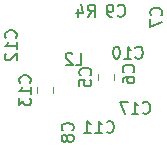
<source format=gbr>
G04 #@! TF.GenerationSoftware,KiCad,Pcbnew,6.0.0-rc1-unknown-r13540.595666d46.fc27*
G04 #@! TF.CreationDate,2018-10-03T13:58:40+02:00*
G04 #@! TF.ProjectId,Bricoleur-pcb,427269636F6C6575722D7063622E6B69,rev?*
G04 #@! TF.SameCoordinates,Original*
G04 #@! TF.FileFunction,Legend,Bot*
G04 #@! TF.FilePolarity,Positive*
%FSLAX46Y46*%
G04 Gerber Fmt 4.6, Leading zero omitted, Abs format (unit mm)*
G04 Created by KiCad (PCBNEW 6.0.0-rc1-unknown-r13540.595666d46.fc27) date Wed Oct  3 13:58:40 2018*
%MOMM*%
%LPD*%
G01*
G04 APERTURE LIST*
%ADD10C,0.120000*%
%ADD11C,0.150000*%
G04 APERTURE END LIST*
D10*
G04 #@! TO.C,C5*
X115947085Y-132961717D02*
X115947085Y-133478873D01*
X114527085Y-132961717D02*
X114527085Y-133478873D01*
G04 #@! TO.C,C13*
X110780485Y-134074237D02*
X110780485Y-134591393D01*
X109360485Y-134074237D02*
X109360485Y-134591393D01*
G04 #@! TO.C,C17*
D11*
X118356342Y-136212357D02*
X118403961Y-136259976D01*
X118546818Y-136307595D01*
X118642056Y-136307595D01*
X118784913Y-136259976D01*
X118880151Y-136164738D01*
X118927770Y-136069500D01*
X118975389Y-135879024D01*
X118975389Y-135736167D01*
X118927770Y-135545691D01*
X118880151Y-135450453D01*
X118784913Y-135355215D01*
X118642056Y-135307595D01*
X118546818Y-135307595D01*
X118403961Y-135355215D01*
X118356342Y-135402834D01*
X117403961Y-136307595D02*
X117975389Y-136307595D01*
X117689675Y-136307595D02*
X117689675Y-135307595D01*
X117784913Y-135450453D01*
X117880151Y-135545691D01*
X117975389Y-135593310D01*
X117070627Y-135307595D02*
X116403961Y-135307595D01*
X116832532Y-136307595D01*
G04 #@! TO.C,C5*
X113894727Y-133053628D02*
X113942346Y-133006009D01*
X113989965Y-132863152D01*
X113989965Y-132767914D01*
X113942346Y-132625056D01*
X113847108Y-132529818D01*
X113751870Y-132482199D01*
X113561394Y-132434580D01*
X113418537Y-132434580D01*
X113228061Y-132482199D01*
X113132823Y-132529818D01*
X113037585Y-132625056D01*
X112989965Y-132767914D01*
X112989965Y-132863152D01*
X113037585Y-133006009D01*
X113085204Y-133053628D01*
X112989965Y-133958390D02*
X112989965Y-133482199D01*
X113466156Y-133434580D01*
X113418537Y-133482199D01*
X113370918Y-133577437D01*
X113370918Y-133815533D01*
X113418537Y-133910771D01*
X113466156Y-133958390D01*
X113561394Y-134006009D01*
X113799489Y-134006009D01*
X113894727Y-133958390D01*
X113942346Y-133910771D01*
X113989965Y-133815533D01*
X113989965Y-133577437D01*
X113942346Y-133482199D01*
X113894727Y-133434580D01*
G04 #@! TO.C,C6*
X117550727Y-132799628D02*
X117598346Y-132752009D01*
X117645965Y-132609152D01*
X117645965Y-132513914D01*
X117598346Y-132371056D01*
X117503108Y-132275818D01*
X117407870Y-132228199D01*
X117217394Y-132180580D01*
X117074537Y-132180580D01*
X116884061Y-132228199D01*
X116788823Y-132275818D01*
X116693585Y-132371056D01*
X116645965Y-132513914D01*
X116645965Y-132609152D01*
X116693585Y-132752009D01*
X116741204Y-132799628D01*
X116645965Y-133656771D02*
X116645965Y-133466295D01*
X116693585Y-133371056D01*
X116741204Y-133323437D01*
X116884061Y-133228199D01*
X117074537Y-133180580D01*
X117455489Y-133180580D01*
X117550727Y-133228199D01*
X117598346Y-133275818D01*
X117645965Y-133371056D01*
X117645965Y-133561533D01*
X117598346Y-133656771D01*
X117550727Y-133704390D01*
X117455489Y-133752009D01*
X117217394Y-133752009D01*
X117122156Y-133704390D01*
X117074537Y-133656771D01*
X117026918Y-133561533D01*
X117026918Y-133371056D01*
X117074537Y-133275818D01*
X117122156Y-133228199D01*
X117217394Y-133180580D01*
G04 #@! TO.C,C7*
X119890727Y-127973628D02*
X119938346Y-127926009D01*
X119985965Y-127783152D01*
X119985965Y-127687914D01*
X119938346Y-127545056D01*
X119843108Y-127449818D01*
X119747870Y-127402199D01*
X119557394Y-127354580D01*
X119414537Y-127354580D01*
X119224061Y-127402199D01*
X119128823Y-127449818D01*
X119033585Y-127545056D01*
X118985965Y-127687914D01*
X118985965Y-127783152D01*
X119033585Y-127926009D01*
X119081204Y-127973628D01*
X118985965Y-128306961D02*
X118985965Y-128973628D01*
X119985965Y-128545056D01*
G04 #@! TO.C,C8*
X112396127Y-137722148D02*
X112443746Y-137674529D01*
X112491365Y-137531672D01*
X112491365Y-137436434D01*
X112443746Y-137293576D01*
X112348508Y-137198338D01*
X112253270Y-137150719D01*
X112062794Y-137103100D01*
X111919937Y-137103100D01*
X111729461Y-137150719D01*
X111634223Y-137198338D01*
X111538985Y-137293576D01*
X111491365Y-137436434D01*
X111491365Y-137531672D01*
X111538985Y-137674529D01*
X111586604Y-137722148D01*
X111919937Y-138293576D02*
X111872318Y-138198338D01*
X111824699Y-138150719D01*
X111729461Y-138103100D01*
X111681842Y-138103100D01*
X111586604Y-138150719D01*
X111538985Y-138198338D01*
X111491365Y-138293576D01*
X111491365Y-138484053D01*
X111538985Y-138579291D01*
X111586604Y-138626910D01*
X111681842Y-138674529D01*
X111729461Y-138674529D01*
X111824699Y-138626910D01*
X111872318Y-138579291D01*
X111919937Y-138484053D01*
X111919937Y-138293576D01*
X111967556Y-138198338D01*
X112015175Y-138150719D01*
X112110413Y-138103100D01*
X112300889Y-138103100D01*
X112396127Y-138150719D01*
X112443746Y-138198338D01*
X112491365Y-138293576D01*
X112491365Y-138484053D01*
X112443746Y-138579291D01*
X112396127Y-138626910D01*
X112300889Y-138674529D01*
X112110413Y-138674529D01*
X112015175Y-138626910D01*
X111967556Y-138579291D01*
X111919937Y-138484053D01*
G04 #@! TO.C,C9*
X116244251Y-127989437D02*
X116291870Y-128037056D01*
X116434727Y-128084675D01*
X116529965Y-128084675D01*
X116672823Y-128037056D01*
X116768061Y-127941818D01*
X116815680Y-127846580D01*
X116863299Y-127656104D01*
X116863299Y-127513247D01*
X116815680Y-127322771D01*
X116768061Y-127227533D01*
X116672823Y-127132295D01*
X116529965Y-127084675D01*
X116434727Y-127084675D01*
X116291870Y-127132295D01*
X116244251Y-127179914D01*
X115768061Y-128084675D02*
X115577585Y-128084675D01*
X115482346Y-128037056D01*
X115434727Y-127989437D01*
X115339489Y-127846580D01*
X115291870Y-127656104D01*
X115291870Y-127275152D01*
X115339489Y-127179914D01*
X115387108Y-127132295D01*
X115482346Y-127084675D01*
X115672823Y-127084675D01*
X115768061Y-127132295D01*
X115815680Y-127179914D01*
X115863299Y-127275152D01*
X115863299Y-127513247D01*
X115815680Y-127608485D01*
X115768061Y-127656104D01*
X115672823Y-127703723D01*
X115482346Y-127703723D01*
X115387108Y-127656104D01*
X115339489Y-127608485D01*
X115291870Y-127513247D01*
G04 #@! TO.C,C10*
X117736442Y-131545437D02*
X117784061Y-131593056D01*
X117926918Y-131640675D01*
X118022156Y-131640675D01*
X118165013Y-131593056D01*
X118260251Y-131497818D01*
X118307870Y-131402580D01*
X118355489Y-131212104D01*
X118355489Y-131069247D01*
X118307870Y-130878771D01*
X118260251Y-130783533D01*
X118165013Y-130688295D01*
X118022156Y-130640675D01*
X117926918Y-130640675D01*
X117784061Y-130688295D01*
X117736442Y-130735914D01*
X116784061Y-131640675D02*
X117355489Y-131640675D01*
X117069775Y-131640675D02*
X117069775Y-130640675D01*
X117165013Y-130783533D01*
X117260251Y-130878771D01*
X117355489Y-130926390D01*
X116165013Y-130640675D02*
X116069775Y-130640675D01*
X115974537Y-130688295D01*
X115926918Y-130735914D01*
X115879299Y-130831152D01*
X115831680Y-131021628D01*
X115831680Y-131259723D01*
X115879299Y-131450199D01*
X115926918Y-131545437D01*
X115974537Y-131593056D01*
X116069775Y-131640675D01*
X116165013Y-131640675D01*
X116260251Y-131593056D01*
X116307870Y-131545437D01*
X116355489Y-131450199D01*
X116403108Y-131259723D01*
X116403108Y-131021628D01*
X116355489Y-130831152D01*
X116307870Y-130735914D01*
X116260251Y-130688295D01*
X116165013Y-130640675D01*
G04 #@! TO.C,C11*
X115285342Y-137837957D02*
X115332961Y-137885576D01*
X115475818Y-137933195D01*
X115571056Y-137933195D01*
X115713913Y-137885576D01*
X115809151Y-137790338D01*
X115856770Y-137695100D01*
X115904389Y-137504624D01*
X115904389Y-137361767D01*
X115856770Y-137171291D01*
X115809151Y-137076053D01*
X115713913Y-136980815D01*
X115571056Y-136933195D01*
X115475818Y-136933195D01*
X115332961Y-136980815D01*
X115285342Y-137028434D01*
X114332961Y-137933195D02*
X114904389Y-137933195D01*
X114618675Y-137933195D02*
X114618675Y-136933195D01*
X114713913Y-137076053D01*
X114809151Y-137171291D01*
X114904389Y-137218910D01*
X113380580Y-137933195D02*
X113952008Y-137933195D01*
X113666294Y-137933195D02*
X113666294Y-136933195D01*
X113761532Y-137076053D01*
X113856770Y-137171291D01*
X113952008Y-137218910D01*
G04 #@! TO.C,C12*
X107581227Y-129879957D02*
X107628846Y-129832338D01*
X107676465Y-129689481D01*
X107676465Y-129594243D01*
X107628846Y-129451386D01*
X107533608Y-129356148D01*
X107438370Y-129308529D01*
X107247894Y-129260910D01*
X107105037Y-129260910D01*
X106914561Y-129308529D01*
X106819323Y-129356148D01*
X106724085Y-129451386D01*
X106676465Y-129594243D01*
X106676465Y-129689481D01*
X106724085Y-129832338D01*
X106771704Y-129879957D01*
X107676465Y-130832338D02*
X107676465Y-130260910D01*
X107676465Y-130546624D02*
X106676465Y-130546624D01*
X106819323Y-130451386D01*
X106914561Y-130356148D01*
X106962180Y-130260910D01*
X106771704Y-131213291D02*
X106724085Y-131260910D01*
X106676465Y-131356148D01*
X106676465Y-131594243D01*
X106724085Y-131689481D01*
X106771704Y-131737100D01*
X106866942Y-131784719D01*
X106962180Y-131784719D01*
X107105037Y-131737100D01*
X107676465Y-131165672D01*
X107676465Y-131784719D01*
G04 #@! TO.C,C13*
X108777627Y-133689957D02*
X108825246Y-133642338D01*
X108872865Y-133499481D01*
X108872865Y-133404243D01*
X108825246Y-133261386D01*
X108730008Y-133166148D01*
X108634770Y-133118529D01*
X108444294Y-133070910D01*
X108301437Y-133070910D01*
X108110961Y-133118529D01*
X108015723Y-133166148D01*
X107920485Y-133261386D01*
X107872865Y-133404243D01*
X107872865Y-133499481D01*
X107920485Y-133642338D01*
X107968104Y-133689957D01*
X108872865Y-134642338D02*
X108872865Y-134070910D01*
X108872865Y-134356624D02*
X107872865Y-134356624D01*
X108015723Y-134261386D01*
X108110961Y-134166148D01*
X108158580Y-134070910D01*
X107872865Y-134975672D02*
X107872865Y-135594719D01*
X108253818Y-135261386D01*
X108253818Y-135404243D01*
X108301437Y-135499481D01*
X108349056Y-135547100D01*
X108444294Y-135594719D01*
X108682389Y-135594719D01*
X108777627Y-135547100D01*
X108825246Y-135499481D01*
X108872865Y-135404243D01*
X108872865Y-135118529D01*
X108825246Y-135023291D01*
X108777627Y-134975672D01*
G04 #@! TO.C,R4*
X113704251Y-128084675D02*
X114037585Y-127608485D01*
X114275680Y-128084675D02*
X114275680Y-127084675D01*
X113894727Y-127084675D01*
X113799489Y-127132295D01*
X113751870Y-127179914D01*
X113704251Y-127275152D01*
X113704251Y-127418009D01*
X113751870Y-127513247D01*
X113799489Y-127560866D01*
X113894727Y-127608485D01*
X114275680Y-127608485D01*
X112847108Y-127418009D02*
X112847108Y-128084675D01*
X113085204Y-127037056D02*
X113323299Y-127751342D01*
X112704251Y-127751342D01*
G04 #@! TO.C,L2*
X112688251Y-132148675D02*
X113164442Y-132148675D01*
X113164442Y-131148675D01*
X112402537Y-131243914D02*
X112354918Y-131196295D01*
X112259680Y-131148675D01*
X112021585Y-131148675D01*
X111926346Y-131196295D01*
X111878727Y-131243914D01*
X111831108Y-131339152D01*
X111831108Y-131434390D01*
X111878727Y-131577247D01*
X112450156Y-132148675D01*
X111831108Y-132148675D01*
G04 #@! TD*
M02*

</source>
